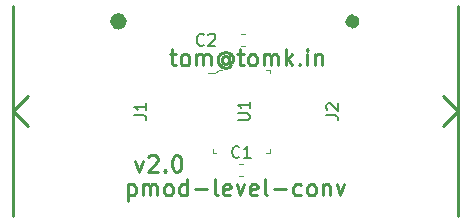
<source format=gbr>
G04 #@! TF.GenerationSoftware,KiCad,Pcbnew,5.1.4+dfsg1-1*
G04 #@! TF.CreationDate,2019-11-09T04:53:54-08:00*
G04 #@! TF.ProjectId,pmod-level-conv,706d6f64-2d6c-4657-9665-6c2d636f6e76,rev?*
G04 #@! TF.SameCoordinates,PX5095e20PY5204180*
G04 #@! TF.FileFunction,Legend,Top*
G04 #@! TF.FilePolarity,Positive*
%FSLAX46Y46*%
G04 Gerber Fmt 4.6, Leading zero omitted, Abs format (unit mm)*
G04 Created by KiCad (PCBNEW 5.1.4+dfsg1-1) date 2019-11-09 04:53:54*
%MOMM*%
%LPD*%
G04 APERTURE LIST*
%ADD10C,0.250000*%
%ADD11C,0.100000*%
%ADD12C,1.000000*%
%ADD13C,0.254000*%
%ADD14C,0.120000*%
%ADD15C,0.150000*%
G04 APERTURE END LIST*
D10*
X7500000Y3800000D02*
X7833333Y2866667D01*
X8166666Y3800000D01*
X8633333Y4133334D02*
X8700000Y4200000D01*
X8833333Y4266667D01*
X9166666Y4266667D01*
X9300000Y4200000D01*
X9366666Y4133334D01*
X9433333Y4000000D01*
X9433333Y3866667D01*
X9366666Y3666667D01*
X8566666Y2866667D01*
X9433333Y2866667D01*
X10033333Y3000000D02*
X10100000Y2933334D01*
X10033333Y2866667D01*
X9966666Y2933334D01*
X10033333Y3000000D01*
X10033333Y2866667D01*
X10966666Y4266667D02*
X11100000Y4266667D01*
X11233333Y4200000D01*
X11300000Y4133334D01*
X11366666Y4000000D01*
X11433333Y3733334D01*
X11433333Y3400000D01*
X11366666Y3133334D01*
X11300000Y3000000D01*
X11233333Y2933334D01*
X11100000Y2866667D01*
X10966666Y2866667D01*
X10833333Y2933334D01*
X10766666Y3000000D01*
X10700000Y3133334D01*
X10633333Y3400000D01*
X10633333Y3733334D01*
X10700000Y4000000D01*
X10766666Y4133334D01*
X10833333Y4200000D01*
X10966666Y4266667D01*
X10433333Y12800000D02*
X10966666Y12800000D01*
X10633333Y13266667D02*
X10633333Y12066667D01*
X10700000Y11933334D01*
X10833333Y11866667D01*
X10966666Y11866667D01*
X11633333Y11866667D02*
X11500000Y11933334D01*
X11433333Y12000000D01*
X11366666Y12133334D01*
X11366666Y12533334D01*
X11433333Y12666667D01*
X11500000Y12733334D01*
X11633333Y12800000D01*
X11833333Y12800000D01*
X11966666Y12733334D01*
X12033333Y12666667D01*
X12100000Y12533334D01*
X12100000Y12133334D01*
X12033333Y12000000D01*
X11966666Y11933334D01*
X11833333Y11866667D01*
X11633333Y11866667D01*
X12700000Y11866667D02*
X12700000Y12800000D01*
X12700000Y12666667D02*
X12766666Y12733334D01*
X12900000Y12800000D01*
X13100000Y12800000D01*
X13233333Y12733334D01*
X13300000Y12600000D01*
X13300000Y11866667D01*
X13300000Y12600000D02*
X13366666Y12733334D01*
X13500000Y12800000D01*
X13700000Y12800000D01*
X13833333Y12733334D01*
X13900000Y12600000D01*
X13900000Y11866667D01*
X15433333Y12533334D02*
X15366666Y12600000D01*
X15233333Y12666667D01*
X15100000Y12666667D01*
X14966666Y12600000D01*
X14900000Y12533334D01*
X14833333Y12400000D01*
X14833333Y12266667D01*
X14900000Y12133334D01*
X14966666Y12066667D01*
X15100000Y12000000D01*
X15233333Y12000000D01*
X15366666Y12066667D01*
X15433333Y12133334D01*
X15433333Y12666667D02*
X15433333Y12133334D01*
X15500000Y12066667D01*
X15566666Y12066667D01*
X15700000Y12133334D01*
X15766666Y12266667D01*
X15766666Y12600000D01*
X15633333Y12800000D01*
X15433333Y12933334D01*
X15166666Y13000000D01*
X14900000Y12933334D01*
X14700000Y12800000D01*
X14566666Y12600000D01*
X14500000Y12333334D01*
X14566666Y12066667D01*
X14700000Y11866667D01*
X14900000Y11733334D01*
X15166666Y11666667D01*
X15433333Y11733334D01*
X15633333Y11866667D01*
X16166666Y12800000D02*
X16700000Y12800000D01*
X16366666Y13266667D02*
X16366666Y12066667D01*
X16433333Y11933334D01*
X16566666Y11866667D01*
X16700000Y11866667D01*
X17366666Y11866667D02*
X17233333Y11933334D01*
X17166666Y12000000D01*
X17100000Y12133334D01*
X17100000Y12533334D01*
X17166666Y12666667D01*
X17233333Y12733334D01*
X17366666Y12800000D01*
X17566666Y12800000D01*
X17700000Y12733334D01*
X17766666Y12666667D01*
X17833333Y12533334D01*
X17833333Y12133334D01*
X17766666Y12000000D01*
X17700000Y11933334D01*
X17566666Y11866667D01*
X17366666Y11866667D01*
X18433333Y11866667D02*
X18433333Y12800000D01*
X18433333Y12666667D02*
X18500000Y12733334D01*
X18633333Y12800000D01*
X18833333Y12800000D01*
X18966666Y12733334D01*
X19033333Y12600000D01*
X19033333Y11866667D01*
X19033333Y12600000D02*
X19100000Y12733334D01*
X19233333Y12800000D01*
X19433333Y12800000D01*
X19566666Y12733334D01*
X19633333Y12600000D01*
X19633333Y11866667D01*
X20300000Y11866667D02*
X20300000Y13266667D01*
X20433333Y12400000D02*
X20833333Y11866667D01*
X20833333Y12800000D02*
X20300000Y12266667D01*
X21433333Y12000000D02*
X21500000Y11933334D01*
X21433333Y11866667D01*
X21366666Y11933334D01*
X21433333Y12000000D01*
X21433333Y11866667D01*
X22100000Y11866667D02*
X22100000Y12800000D01*
X22100000Y13266667D02*
X22033333Y13200000D01*
X22100000Y13133334D01*
X22166666Y13200000D01*
X22100000Y13266667D01*
X22100000Y13133334D01*
X22766666Y12800000D02*
X22766666Y11866667D01*
X22766666Y12666667D02*
X22833333Y12733334D01*
X22966666Y12800000D01*
X23166666Y12800000D01*
X23300000Y12733334D01*
X23366666Y12600000D01*
X23366666Y11866667D01*
X6900000Y1800000D02*
X6900000Y400000D01*
X6900000Y1733334D02*
X7033333Y1800000D01*
X7300000Y1800000D01*
X7433333Y1733334D01*
X7500000Y1666667D01*
X7566666Y1533334D01*
X7566666Y1133334D01*
X7500000Y1000000D01*
X7433333Y933334D01*
X7300000Y866667D01*
X7033333Y866667D01*
X6900000Y933334D01*
X8166666Y866667D02*
X8166666Y1800000D01*
X8166666Y1666667D02*
X8233333Y1733334D01*
X8366666Y1800000D01*
X8566666Y1800000D01*
X8700000Y1733334D01*
X8766666Y1600000D01*
X8766666Y866667D01*
X8766666Y1600000D02*
X8833333Y1733334D01*
X8966666Y1800000D01*
X9166666Y1800000D01*
X9300000Y1733334D01*
X9366666Y1600000D01*
X9366666Y866667D01*
X10233333Y866667D02*
X10100000Y933334D01*
X10033333Y1000000D01*
X9966666Y1133334D01*
X9966666Y1533334D01*
X10033333Y1666667D01*
X10100000Y1733334D01*
X10233333Y1800000D01*
X10433333Y1800000D01*
X10566666Y1733334D01*
X10633333Y1666667D01*
X10700000Y1533334D01*
X10700000Y1133334D01*
X10633333Y1000000D01*
X10566666Y933334D01*
X10433333Y866667D01*
X10233333Y866667D01*
X11900000Y866667D02*
X11900000Y2266667D01*
X11900000Y933334D02*
X11766666Y866667D01*
X11500000Y866667D01*
X11366666Y933334D01*
X11300000Y1000000D01*
X11233333Y1133334D01*
X11233333Y1533334D01*
X11300000Y1666667D01*
X11366666Y1733334D01*
X11500000Y1800000D01*
X11766666Y1800000D01*
X11900000Y1733334D01*
X12566666Y1400000D02*
X13633333Y1400000D01*
X14500000Y866667D02*
X14366666Y933334D01*
X14300000Y1066667D01*
X14300000Y2266667D01*
X15566666Y933334D02*
X15433333Y866667D01*
X15166666Y866667D01*
X15033333Y933334D01*
X14966666Y1066667D01*
X14966666Y1600000D01*
X15033333Y1733334D01*
X15166666Y1800000D01*
X15433333Y1800000D01*
X15566666Y1733334D01*
X15633333Y1600000D01*
X15633333Y1466667D01*
X14966666Y1333334D01*
X16100000Y1800000D02*
X16433333Y866667D01*
X16766666Y1800000D01*
X17833333Y933334D02*
X17700000Y866667D01*
X17433333Y866667D01*
X17300000Y933334D01*
X17233333Y1066667D01*
X17233333Y1600000D01*
X17300000Y1733334D01*
X17433333Y1800000D01*
X17700000Y1800000D01*
X17833333Y1733334D01*
X17900000Y1600000D01*
X17900000Y1466667D01*
X17233333Y1333334D01*
X18700000Y866667D02*
X18566666Y933334D01*
X18500000Y1066667D01*
X18500000Y2266667D01*
X19233333Y1400000D02*
X20300000Y1400000D01*
X21566666Y933334D02*
X21433333Y866667D01*
X21166666Y866667D01*
X21033333Y933334D01*
X20966666Y1000000D01*
X20900000Y1133334D01*
X20900000Y1533334D01*
X20966666Y1666667D01*
X21033333Y1733334D01*
X21166666Y1800000D01*
X21433333Y1800000D01*
X21566666Y1733334D01*
X22366666Y866667D02*
X22233333Y933334D01*
X22166666Y1000000D01*
X22100000Y1133334D01*
X22100000Y1533334D01*
X22166666Y1666667D01*
X22233333Y1733334D01*
X22366666Y1800000D01*
X22566666Y1800000D01*
X22700000Y1733334D01*
X22766666Y1666667D01*
X22833333Y1533334D01*
X22833333Y1133334D01*
X22766666Y1000000D01*
X22700000Y933334D01*
X22566666Y866667D01*
X22366666Y866667D01*
X23433333Y1800000D02*
X23433333Y866667D01*
X23433333Y1666667D02*
X23500000Y1733334D01*
X23633333Y1800000D01*
X23833333Y1800000D01*
X23966666Y1733334D01*
X24033333Y1600000D01*
X24033333Y866667D01*
X24566666Y1800000D02*
X24900000Y866667D01*
X25233333Y1800000D01*
D11*
X18900000Y4500000D02*
X18600000Y4500000D01*
X18900000Y4800000D02*
X18900000Y4500000D01*
X18900000Y11500000D02*
X18600000Y11500000D01*
X18900000Y11200000D02*
X18900000Y11500000D01*
X14100000Y4500000D02*
X14400000Y4500000D01*
X14100000Y4500000D02*
X14100000Y4800000D01*
X14300000Y11200000D02*
X13700000Y11200000D01*
X14600000Y11500000D02*
X14300000Y11200000D01*
X14900000Y11500000D02*
X14600000Y11500000D01*
D12*
X26000000Y15600000D02*
G75*
G03X26000000Y15600000I-100000J0D01*
G01*
D13*
X34850000Y8000000D02*
X33580000Y6730000D01*
X33580000Y9270000D02*
X34850000Y8000000D01*
X34850000Y8000000D02*
X34850000Y-890000D01*
X34850000Y16890000D02*
X34850000Y8000000D01*
X-2850000Y-890000D02*
X-2850000Y8000000D01*
X-2850000Y8000000D02*
X-2850000Y16890000D01*
X-1580000Y6730000D02*
X-2850000Y8000000D01*
X-2850000Y8000000D02*
X-1580000Y9270000D01*
D12*
X6300000Y15600000D02*
G75*
G03X6300000Y15600000I-200000J0D01*
G01*
D14*
X16796267Y14510000D02*
X16453733Y14510000D01*
X16796267Y13490000D02*
X16453733Y13490000D01*
X16328733Y2490000D02*
X16671267Y2490000D01*
X16328733Y3510000D02*
X16671267Y3510000D01*
D15*
X16202380Y7238096D02*
X17011904Y7238096D01*
X17107142Y7285715D01*
X17154761Y7333334D01*
X17202380Y7428572D01*
X17202380Y7619048D01*
X17154761Y7714286D01*
X17107142Y7761905D01*
X17011904Y7809524D01*
X16202380Y7809524D01*
X17202380Y8809524D02*
X17202380Y8238096D01*
X17202380Y8523810D02*
X16202380Y8523810D01*
X16345238Y8428572D01*
X16440476Y8333334D01*
X16488095Y8238096D01*
X23702380Y7666667D02*
X24416666Y7666667D01*
X24559523Y7619048D01*
X24654761Y7523810D01*
X24702380Y7380953D01*
X24702380Y7285715D01*
X23797619Y8095239D02*
X23750000Y8142858D01*
X23702380Y8238096D01*
X23702380Y8476191D01*
X23750000Y8571429D01*
X23797619Y8619048D01*
X23892857Y8666667D01*
X23988095Y8666667D01*
X24130952Y8619048D01*
X24702380Y8047620D01*
X24702380Y8666667D01*
X7452380Y7666667D02*
X8166666Y7666667D01*
X8309523Y7619048D01*
X8404761Y7523810D01*
X8452380Y7380953D01*
X8452380Y7285715D01*
X8452380Y8666667D02*
X8452380Y8095239D01*
X8452380Y8380953D02*
X7452380Y8380953D01*
X7595238Y8285715D01*
X7690476Y8190477D01*
X7738095Y8095239D01*
X13333333Y13642858D02*
X13285714Y13595239D01*
X13142857Y13547620D01*
X13047619Y13547620D01*
X12904761Y13595239D01*
X12809523Y13690477D01*
X12761904Y13785715D01*
X12714285Y13976191D01*
X12714285Y14119048D01*
X12761904Y14309524D01*
X12809523Y14404762D01*
X12904761Y14500000D01*
X13047619Y14547620D01*
X13142857Y14547620D01*
X13285714Y14500000D01*
X13333333Y14452381D01*
X13714285Y14452381D02*
X13761904Y14500000D01*
X13857142Y14547620D01*
X14095238Y14547620D01*
X14190476Y14500000D01*
X14238095Y14452381D01*
X14285714Y14357143D01*
X14285714Y14261905D01*
X14238095Y14119048D01*
X13666666Y13547620D01*
X14285714Y13547620D01*
X16333333Y4142858D02*
X16285714Y4095239D01*
X16142857Y4047620D01*
X16047619Y4047620D01*
X15904761Y4095239D01*
X15809523Y4190477D01*
X15761904Y4285715D01*
X15714285Y4476191D01*
X15714285Y4619048D01*
X15761904Y4809524D01*
X15809523Y4904762D01*
X15904761Y5000000D01*
X16047619Y5047620D01*
X16142857Y5047620D01*
X16285714Y5000000D01*
X16333333Y4952381D01*
X17285714Y4047620D02*
X16714285Y4047620D01*
X17000000Y4047620D02*
X17000000Y5047620D01*
X16904761Y4904762D01*
X16809523Y4809524D01*
X16714285Y4761905D01*
M02*

</source>
